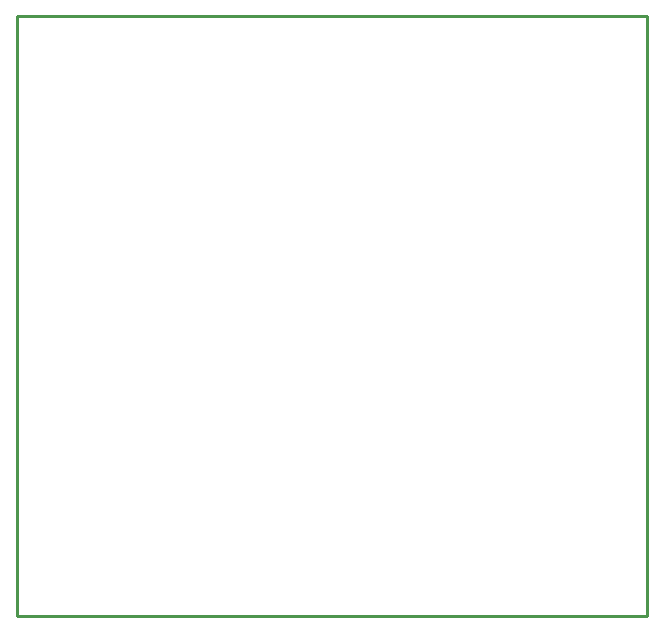
<source format=gbo>
G04*
G04 #@! TF.GenerationSoftware,Altium Limited,Altium Designer,22.6.1 (34)*
G04*
G04 Layer_Color=32896*
%FSLAX25Y25*%
%MOIN*%
G70*
G04*
G04 #@! TF.SameCoordinates,25FD31E9-3CFC-4910-949B-E761997E39EF*
G04*
G04*
G04 #@! TF.FilePolarity,Positive*
G04*
G01*
G75*
%ADD12C,0.01000*%
D12*
X281000Y260500D02*
X491000D01*
X281000Y460500D02*
X491000D01*
Y260500D02*
Y460500D01*
X281000Y260500D02*
Y460500D01*
M02*

</source>
